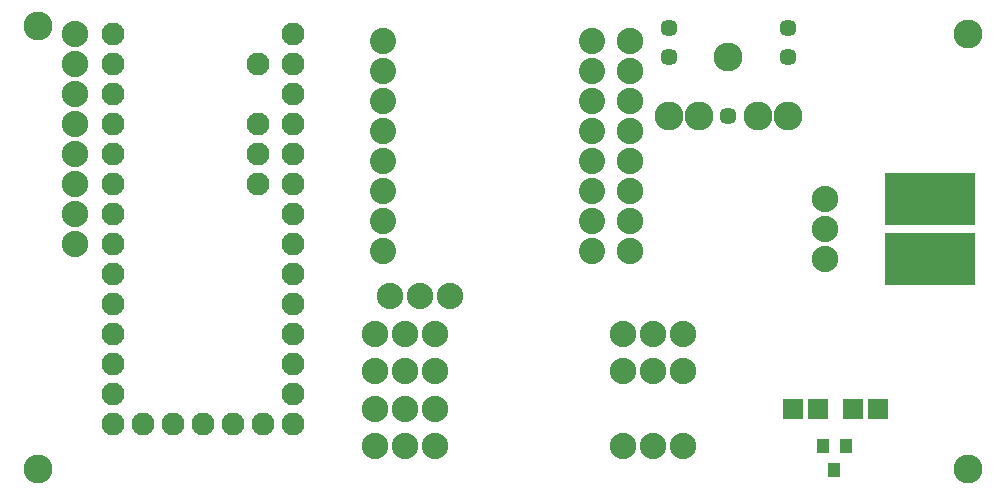
<source format=gts>
G04 MADE WITH FRITZING*
G04 WWW.FRITZING.ORG*
G04 DOUBLE SIDED*
G04 HOLES PLATED*
G04 CONTOUR ON CENTER OF CONTOUR VECTOR*
%ASAXBY*%
%FSLAX23Y23*%
%MOIN*%
%OFA0B0*%
%SFA1.0B1.0*%
%ADD10C,0.076889*%
%ADD11C,0.096000*%
%ADD12C,0.057244*%
%ADD13C,0.088000*%
%ADD14C,0.087701*%
%ADD15C,0.096614*%
%ADD16R,0.298374X0.175061*%
%ADD17R,0.041496X0.045433*%
%ADD18R,0.065118X0.069055*%
%ADD19R,0.001000X0.001000*%
%LNMASK1*%
G90*
G70*
G54D10*
X908Y214D03*
X908Y314D03*
X908Y414D03*
X908Y514D03*
X908Y614D03*
X908Y714D03*
X908Y814D03*
X908Y914D03*
X908Y1014D03*
X908Y1114D03*
X908Y1214D03*
X908Y1314D03*
X908Y1414D03*
X908Y1514D03*
X793Y1414D03*
X793Y1114D03*
X793Y1214D03*
X308Y214D03*
X308Y314D03*
X308Y414D03*
X308Y514D03*
X308Y614D03*
X308Y714D03*
X308Y814D03*
X308Y914D03*
X308Y1014D03*
X308Y1114D03*
X308Y1214D03*
X308Y1314D03*
X308Y1414D03*
X308Y1514D03*
X793Y1014D03*
X508Y214D03*
X408Y214D03*
X608Y214D03*
X808Y214D03*
X708Y214D03*
G54D11*
X2361Y1436D03*
X2459Y1239D03*
X2558Y1239D03*
X2262Y1239D03*
X2164Y1239D03*
G54D12*
X2558Y1436D03*
X2558Y1534D03*
X2164Y1534D03*
X2164Y1436D03*
X2361Y1239D03*
G54D11*
X2361Y1436D03*
X2459Y1239D03*
X2558Y1239D03*
X2262Y1239D03*
X2164Y1239D03*
G54D12*
X2558Y1436D03*
X2558Y1534D03*
X2164Y1534D03*
X2164Y1436D03*
X2361Y1239D03*
G54D13*
X2683Y764D03*
X2683Y864D03*
X2683Y964D03*
X2208Y514D03*
X2108Y514D03*
X2008Y514D03*
X2208Y389D03*
X2108Y389D03*
X2008Y389D03*
X1383Y389D03*
X1283Y389D03*
X1183Y389D03*
X1383Y514D03*
X1283Y514D03*
X1183Y514D03*
X1383Y139D03*
X1283Y139D03*
X1183Y139D03*
X1383Y264D03*
X1283Y264D03*
X1183Y264D03*
X2008Y139D03*
X2108Y139D03*
X2208Y139D03*
X183Y1514D03*
X183Y1414D03*
X183Y1314D03*
X183Y1214D03*
X183Y1114D03*
X183Y1014D03*
X183Y914D03*
X183Y814D03*
X2033Y1489D03*
X2033Y1389D03*
X2033Y1289D03*
X2033Y1189D03*
X2033Y1089D03*
X2033Y989D03*
X2033Y889D03*
X2033Y789D03*
X1433Y639D03*
X1333Y639D03*
X1233Y639D03*
G54D14*
X1208Y1489D03*
X1208Y1389D03*
X1208Y1289D03*
X1208Y1189D03*
X1208Y1089D03*
X1208Y989D03*
X1208Y889D03*
X1208Y789D03*
X1907Y1489D03*
X1907Y1389D03*
X1907Y1289D03*
X1907Y1189D03*
X1907Y1089D03*
X1907Y989D03*
X1907Y889D03*
X1907Y789D03*
G54D15*
X3158Y64D03*
X3158Y1514D03*
X61Y1539D03*
X61Y64D03*
G54D16*
X3033Y964D03*
X3033Y764D03*
G54D17*
X2752Y139D03*
X2677Y139D03*
X2714Y60D03*
G54D18*
X2577Y264D03*
X2658Y264D03*
X2777Y264D03*
X2858Y264D03*
G54D19*
D02*
G04 End of Mask1*
M02*
</source>
